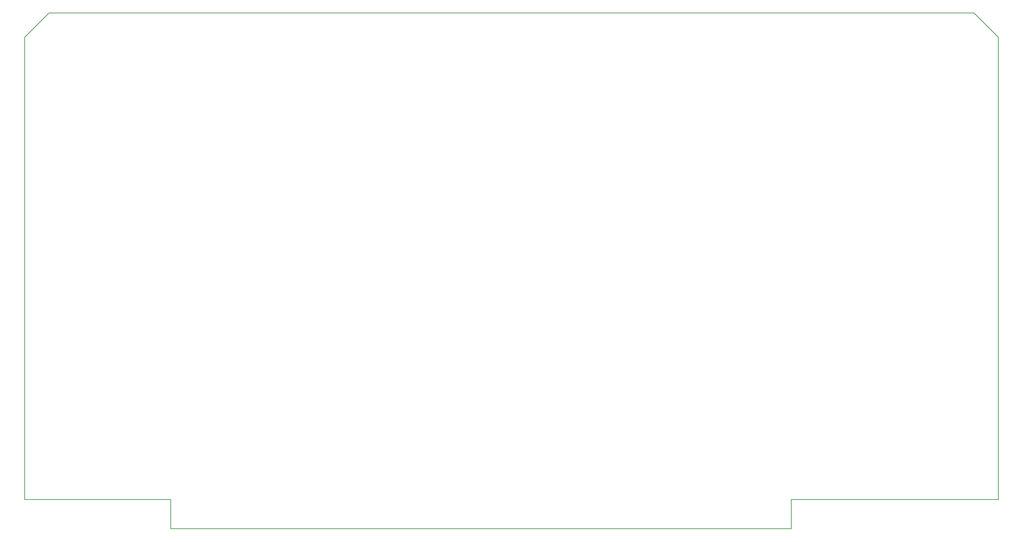
<source format=gm1>
G04 #@! TF.GenerationSoftware,KiCad,Pcbnew,(5.1.12)-1*
G04 #@! TF.CreationDate,2022-10-15T16:15:19+01:00*
G04 #@! TF.ProjectId,Dazzler,44617a7a-6c65-4722-9e6b-696361645f70,rev?*
G04 #@! TF.SameCoordinates,Original*
G04 #@! TF.FileFunction,Profile,NP*
%FSLAX46Y46*%
G04 Gerber Fmt 4.6, Leading zero omitted, Abs format (unit mm)*
G04 Created by KiCad (PCBNEW (5.1.12)-1) date 2022-10-15 16:15:19*
%MOMM*%
%LPD*%
G01*
G04 APERTURE LIST*
G04 #@! TA.AperFunction,Profile*
%ADD10C,0.152400*%
G04 #@! TD*
G04 APERTURE END LIST*
D10*
X220345000Y-149860000D02*
X220345000Y-157480000D01*
X26670000Y-22860000D02*
X20320000Y-29210000D01*
X267970000Y-22860000D02*
X26670000Y-22860000D01*
X274320000Y-29210000D02*
X267970000Y-22860000D01*
X20320000Y-29210000D02*
X20320000Y-149860000D01*
X58420000Y-149860000D02*
X20320000Y-149860000D01*
X58420000Y-157480000D02*
X58420000Y-149860000D01*
X220345000Y-157480000D02*
X58420000Y-157480000D01*
X274320000Y-149860000D02*
X220345000Y-149860000D01*
X274320000Y-149860000D02*
X274320000Y-29210000D01*
M02*

</source>
